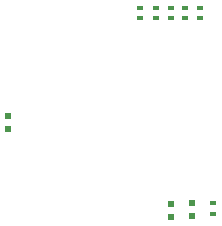
<source format=gbr>
G04 #@! TF.GenerationSoftware,KiCad,Pcbnew,(5.0.2)-1*
G04 #@! TF.CreationDate,2019-06-14T17:16:18-02:30*
G04 #@! TF.ProjectId,arduinoShield,61726475-696e-46f5-9368-69656c642e6b,rev?*
G04 #@! TF.SameCoordinates,Original*
G04 #@! TF.FileFunction,Paste,Bot*
G04 #@! TF.FilePolarity,Positive*
%FSLAX46Y46*%
G04 Gerber Fmt 4.6, Leading zero omitted, Abs format (unit mm)*
G04 Created by KiCad (PCBNEW (5.0.2)-1) date 6/14/2019 5:16:18 PM*
%MOMM*%
%LPD*%
G01*
G04 APERTURE LIST*
%ADD10R,0.500000X0.600000*%
%ADD11R,0.600000X0.400000*%
G04 APERTURE END LIST*
D10*
G04 #@! TO.C,C4*
X75020000Y-138528000D03*
X75020000Y-137428000D03*
G04 #@! TD*
G04 #@! TO.C,C6*
X76780000Y-137300000D03*
X76780000Y-138400000D03*
G04 #@! TD*
G04 #@! TO.C,C12*
X61240000Y-129940000D03*
X61240000Y-131040000D03*
G04 #@! TD*
D11*
G04 #@! TO.C,R10*
X78570000Y-138270000D03*
X78570000Y-137370000D03*
G04 #@! TD*
G04 #@! TO.C,R11*
X77516000Y-121710000D03*
X77516000Y-120810000D03*
G04 #@! TD*
G04 #@! TO.C,R12*
X76246000Y-120810000D03*
X76246000Y-121710000D03*
G04 #@! TD*
G04 #@! TO.C,R13*
X74990000Y-121710000D03*
X74990000Y-120810000D03*
G04 #@! TD*
G04 #@! TO.C,R14*
X73720000Y-120810000D03*
X73720000Y-121710000D03*
G04 #@! TD*
G04 #@! TO.C,R15*
X72430000Y-121710000D03*
X72430000Y-120810000D03*
G04 #@! TD*
M02*

</source>
